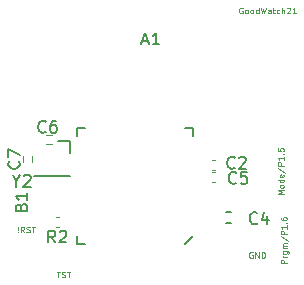
<source format=gto>
G04 #@! TF.FileFunction,Legend,Top*
%FSLAX46Y46*%
G04 Gerber Fmt 4.6, Leading zero omitted, Abs format (unit mm)*
G04 Created by KiCad (PCBNEW 4.0.5+dfsg1-4) date Sat Mar 31 12:22:37 2018*
%MOMM*%
%LPD*%
G01*
G04 APERTURE LIST*
%ADD10C,0.100000*%
%ADD11C,0.125000*%
%ADD12C,0.120000*%
%ADD13C,0.150000*%
G04 APERTURE END LIST*
D10*
D11*
X117555047Y-82594000D02*
X117507428Y-82570190D01*
X117436000Y-82570190D01*
X117364571Y-82594000D01*
X117316952Y-82641619D01*
X117293143Y-82689238D01*
X117269333Y-82784476D01*
X117269333Y-82855905D01*
X117293143Y-82951143D01*
X117316952Y-82998762D01*
X117364571Y-83046381D01*
X117436000Y-83070190D01*
X117483619Y-83070190D01*
X117555047Y-83046381D01*
X117578857Y-83022571D01*
X117578857Y-82855905D01*
X117483619Y-82855905D01*
X117793143Y-83070190D02*
X117793143Y-82570190D01*
X118078857Y-83070190D01*
X118078857Y-82570190D01*
X118316953Y-83070190D02*
X118316953Y-82570190D01*
X118436000Y-82570190D01*
X118507429Y-82594000D01*
X118555048Y-82641619D01*
X118578857Y-82689238D01*
X118602667Y-82784476D01*
X118602667Y-82855905D01*
X118578857Y-82951143D01*
X118555048Y-82998762D01*
X118507429Y-83046381D01*
X118436000Y-83070190D01*
X118316953Y-83070190D01*
X120448190Y-83526380D02*
X119948190Y-83526380D01*
X119948190Y-83335904D01*
X119972000Y-83288285D01*
X119995810Y-83264476D01*
X120043429Y-83240666D01*
X120114857Y-83240666D01*
X120162476Y-83264476D01*
X120186286Y-83288285D01*
X120210095Y-83335904D01*
X120210095Y-83526380D01*
X120448190Y-83026380D02*
X120114857Y-83026380D01*
X120210095Y-83026380D02*
X120162476Y-83002571D01*
X120138667Y-82978761D01*
X120114857Y-82931142D01*
X120114857Y-82883523D01*
X120114857Y-82502571D02*
X120519619Y-82502571D01*
X120567238Y-82526380D01*
X120591048Y-82550190D01*
X120614857Y-82597809D01*
X120614857Y-82669237D01*
X120591048Y-82716856D01*
X120424381Y-82502571D02*
X120448190Y-82550190D01*
X120448190Y-82645428D01*
X120424381Y-82693047D01*
X120400571Y-82716856D01*
X120352952Y-82740666D01*
X120210095Y-82740666D01*
X120162476Y-82716856D01*
X120138667Y-82693047D01*
X120114857Y-82645428D01*
X120114857Y-82550190D01*
X120138667Y-82502571D01*
X120448190Y-82264475D02*
X120114857Y-82264475D01*
X120162476Y-82264475D02*
X120138667Y-82240666D01*
X120114857Y-82193047D01*
X120114857Y-82121618D01*
X120138667Y-82073999D01*
X120186286Y-82050190D01*
X120448190Y-82050190D01*
X120186286Y-82050190D02*
X120138667Y-82026380D01*
X120114857Y-81978761D01*
X120114857Y-81907333D01*
X120138667Y-81859713D01*
X120186286Y-81835904D01*
X120448190Y-81835904D01*
X119924381Y-81240666D02*
X120567238Y-81669237D01*
X120448190Y-81073998D02*
X119948190Y-81073998D01*
X119948190Y-80883522D01*
X119972000Y-80835903D01*
X119995810Y-80812094D01*
X120043429Y-80788284D01*
X120114857Y-80788284D01*
X120162476Y-80812094D01*
X120186286Y-80835903D01*
X120210095Y-80883522D01*
X120210095Y-81073998D01*
X120448190Y-80312094D02*
X120448190Y-80597808D01*
X120448190Y-80454951D02*
X119948190Y-80454951D01*
X120019619Y-80502570D01*
X120067238Y-80550189D01*
X120091048Y-80597808D01*
X120400571Y-80097808D02*
X120424381Y-80073999D01*
X120448190Y-80097808D01*
X120424381Y-80121618D01*
X120400571Y-80097808D01*
X120448190Y-80097808D01*
X119948190Y-79645428D02*
X119948190Y-79740666D01*
X119972000Y-79788285D01*
X119995810Y-79812094D01*
X120067238Y-79859713D01*
X120162476Y-79883523D01*
X120352952Y-79883523D01*
X120400571Y-79859713D01*
X120424381Y-79835904D01*
X120448190Y-79788285D01*
X120448190Y-79693047D01*
X120424381Y-79645428D01*
X120400571Y-79621618D01*
X120352952Y-79597809D01*
X120233905Y-79597809D01*
X120186286Y-79621618D01*
X120162476Y-79645428D01*
X120138667Y-79693047D01*
X120138667Y-79788285D01*
X120162476Y-79835904D01*
X120186286Y-79859713D01*
X120233905Y-79883523D01*
X120194190Y-77672475D02*
X119694190Y-77672475D01*
X120051333Y-77505809D01*
X119694190Y-77339142D01*
X120194190Y-77339142D01*
X120194190Y-77029618D02*
X120170381Y-77077237D01*
X120146571Y-77101046D01*
X120098952Y-77124856D01*
X119956095Y-77124856D01*
X119908476Y-77101046D01*
X119884667Y-77077237D01*
X119860857Y-77029618D01*
X119860857Y-76958189D01*
X119884667Y-76910570D01*
X119908476Y-76886761D01*
X119956095Y-76862951D01*
X120098952Y-76862951D01*
X120146571Y-76886761D01*
X120170381Y-76910570D01*
X120194190Y-76958189D01*
X120194190Y-77029618D01*
X120194190Y-76434380D02*
X119694190Y-76434380D01*
X120170381Y-76434380D02*
X120194190Y-76481999D01*
X120194190Y-76577237D01*
X120170381Y-76624856D01*
X120146571Y-76648665D01*
X120098952Y-76672475D01*
X119956095Y-76672475D01*
X119908476Y-76648665D01*
X119884667Y-76624856D01*
X119860857Y-76577237D01*
X119860857Y-76481999D01*
X119884667Y-76434380D01*
X120170381Y-76005808D02*
X120194190Y-76053427D01*
X120194190Y-76148665D01*
X120170381Y-76196284D01*
X120122762Y-76220094D01*
X119932286Y-76220094D01*
X119884667Y-76196284D01*
X119860857Y-76148665D01*
X119860857Y-76053427D01*
X119884667Y-76005808D01*
X119932286Y-75981999D01*
X119979905Y-75981999D01*
X120027524Y-76220094D01*
X119670381Y-75410571D02*
X120313238Y-75839142D01*
X120194190Y-75243903D02*
X119694190Y-75243903D01*
X119694190Y-75053427D01*
X119718000Y-75005808D01*
X119741810Y-74981999D01*
X119789429Y-74958189D01*
X119860857Y-74958189D01*
X119908476Y-74981999D01*
X119932286Y-75005808D01*
X119956095Y-75053427D01*
X119956095Y-75243903D01*
X120194190Y-74481999D02*
X120194190Y-74767713D01*
X120194190Y-74624856D02*
X119694190Y-74624856D01*
X119765619Y-74672475D01*
X119813238Y-74720094D01*
X119837048Y-74767713D01*
X120146571Y-74267713D02*
X120170381Y-74243904D01*
X120194190Y-74267713D01*
X120170381Y-74291523D01*
X120146571Y-74267713D01*
X120194190Y-74267713D01*
X119694190Y-73791523D02*
X119694190Y-74029618D01*
X119932286Y-74053428D01*
X119908476Y-74029618D01*
X119884667Y-73981999D01*
X119884667Y-73862952D01*
X119908476Y-73815333D01*
X119932286Y-73791523D01*
X119979905Y-73767714D01*
X120098952Y-73767714D01*
X120146571Y-73791523D01*
X120170381Y-73815333D01*
X120194190Y-73862952D01*
X120194190Y-73981999D01*
X120170381Y-74029618D01*
X120146571Y-74053428D01*
X116705953Y-61893000D02*
X116658334Y-61869190D01*
X116586906Y-61869190D01*
X116515477Y-61893000D01*
X116467858Y-61940619D01*
X116444049Y-61988238D01*
X116420239Y-62083476D01*
X116420239Y-62154905D01*
X116444049Y-62250143D01*
X116467858Y-62297762D01*
X116515477Y-62345381D01*
X116586906Y-62369190D01*
X116634525Y-62369190D01*
X116705953Y-62345381D01*
X116729763Y-62321571D01*
X116729763Y-62154905D01*
X116634525Y-62154905D01*
X117015477Y-62369190D02*
X116967858Y-62345381D01*
X116944049Y-62321571D01*
X116920239Y-62273952D01*
X116920239Y-62131095D01*
X116944049Y-62083476D01*
X116967858Y-62059667D01*
X117015477Y-62035857D01*
X117086906Y-62035857D01*
X117134525Y-62059667D01*
X117158334Y-62083476D01*
X117182144Y-62131095D01*
X117182144Y-62273952D01*
X117158334Y-62321571D01*
X117134525Y-62345381D01*
X117086906Y-62369190D01*
X117015477Y-62369190D01*
X117467858Y-62369190D02*
X117420239Y-62345381D01*
X117396430Y-62321571D01*
X117372620Y-62273952D01*
X117372620Y-62131095D01*
X117396430Y-62083476D01*
X117420239Y-62059667D01*
X117467858Y-62035857D01*
X117539287Y-62035857D01*
X117586906Y-62059667D01*
X117610715Y-62083476D01*
X117634525Y-62131095D01*
X117634525Y-62273952D01*
X117610715Y-62321571D01*
X117586906Y-62345381D01*
X117539287Y-62369190D01*
X117467858Y-62369190D01*
X118063096Y-62369190D02*
X118063096Y-61869190D01*
X118063096Y-62345381D02*
X118015477Y-62369190D01*
X117920239Y-62369190D01*
X117872620Y-62345381D01*
X117848811Y-62321571D01*
X117825001Y-62273952D01*
X117825001Y-62131095D01*
X117848811Y-62083476D01*
X117872620Y-62059667D01*
X117920239Y-62035857D01*
X118015477Y-62035857D01*
X118063096Y-62059667D01*
X118253573Y-61869190D02*
X118372620Y-62369190D01*
X118467858Y-62012048D01*
X118563096Y-62369190D01*
X118682144Y-61869190D01*
X119086906Y-62369190D02*
X119086906Y-62107286D01*
X119063097Y-62059667D01*
X119015478Y-62035857D01*
X118920240Y-62035857D01*
X118872621Y-62059667D01*
X119086906Y-62345381D02*
X119039287Y-62369190D01*
X118920240Y-62369190D01*
X118872621Y-62345381D01*
X118848811Y-62297762D01*
X118848811Y-62250143D01*
X118872621Y-62202524D01*
X118920240Y-62178714D01*
X119039287Y-62178714D01*
X119086906Y-62154905D01*
X119253573Y-62035857D02*
X119444049Y-62035857D01*
X119325002Y-61869190D02*
X119325002Y-62297762D01*
X119348811Y-62345381D01*
X119396430Y-62369190D01*
X119444049Y-62369190D01*
X119825001Y-62345381D02*
X119777382Y-62369190D01*
X119682144Y-62369190D01*
X119634525Y-62345381D01*
X119610716Y-62321571D01*
X119586906Y-62273952D01*
X119586906Y-62131095D01*
X119610716Y-62083476D01*
X119634525Y-62059667D01*
X119682144Y-62035857D01*
X119777382Y-62035857D01*
X119825001Y-62059667D01*
X120039287Y-62369190D02*
X120039287Y-61869190D01*
X120253572Y-62369190D02*
X120253572Y-62107286D01*
X120229763Y-62059667D01*
X120182144Y-62035857D01*
X120110715Y-62035857D01*
X120063096Y-62059667D01*
X120039287Y-62083476D01*
X120467858Y-61916810D02*
X120491668Y-61893000D01*
X120539287Y-61869190D01*
X120658334Y-61869190D01*
X120705953Y-61893000D01*
X120729763Y-61916810D01*
X120753572Y-61964429D01*
X120753572Y-62012048D01*
X120729763Y-62083476D01*
X120444049Y-62369190D01*
X120753572Y-62369190D01*
X121229762Y-62369190D02*
X120944048Y-62369190D01*
X121086905Y-62369190D02*
X121086905Y-61869190D01*
X121039286Y-61940619D01*
X120991667Y-61988238D01*
X120944048Y-62012048D01*
X100981572Y-84221190D02*
X101267286Y-84221190D01*
X101124429Y-84721190D02*
X101124429Y-84221190D01*
X101410143Y-84697381D02*
X101481572Y-84721190D01*
X101600619Y-84721190D01*
X101648238Y-84697381D01*
X101672048Y-84673571D01*
X101695857Y-84625952D01*
X101695857Y-84578333D01*
X101672048Y-84530714D01*
X101648238Y-84506905D01*
X101600619Y-84483095D01*
X101505381Y-84459286D01*
X101457762Y-84435476D01*
X101433953Y-84411667D01*
X101410143Y-84364048D01*
X101410143Y-84316429D01*
X101433953Y-84268810D01*
X101457762Y-84245000D01*
X101505381Y-84221190D01*
X101624429Y-84221190D01*
X101695857Y-84245000D01*
X101838714Y-84221190D02*
X102124428Y-84221190D01*
X101981571Y-84721190D02*
X101981571Y-84221190D01*
X97699430Y-80863571D02*
X97723239Y-80887381D01*
X97699430Y-80911190D01*
X97675620Y-80887381D01*
X97699430Y-80863571D01*
X97699430Y-80911190D01*
X97699430Y-80720714D02*
X97675620Y-80435000D01*
X97699430Y-80411190D01*
X97723239Y-80435000D01*
X97699430Y-80720714D01*
X97699430Y-80411190D01*
X98223239Y-80911190D02*
X98056572Y-80673095D01*
X97937525Y-80911190D02*
X97937525Y-80411190D01*
X98128001Y-80411190D01*
X98175620Y-80435000D01*
X98199429Y-80458810D01*
X98223239Y-80506429D01*
X98223239Y-80577857D01*
X98199429Y-80625476D01*
X98175620Y-80649286D01*
X98128001Y-80673095D01*
X97937525Y-80673095D01*
X98413715Y-80887381D02*
X98485144Y-80911190D01*
X98604191Y-80911190D01*
X98651810Y-80887381D01*
X98675620Y-80863571D01*
X98699429Y-80815952D01*
X98699429Y-80768333D01*
X98675620Y-80720714D01*
X98651810Y-80696905D01*
X98604191Y-80673095D01*
X98508953Y-80649286D01*
X98461334Y-80625476D01*
X98437525Y-80601667D01*
X98413715Y-80554048D01*
X98413715Y-80506429D01*
X98437525Y-80458810D01*
X98461334Y-80435000D01*
X98508953Y-80411190D01*
X98628001Y-80411190D01*
X98699429Y-80435000D01*
X98842286Y-80411190D02*
X99128000Y-80411190D01*
X98985143Y-80911190D02*
X98985143Y-80411190D01*
D12*
X98879600Y-74466000D02*
X98879600Y-74966000D01*
X98079600Y-74966000D02*
X98079600Y-74466000D01*
X100083200Y-72639600D02*
X100583200Y-72639600D01*
X100583200Y-73439600D02*
X100083200Y-73439600D01*
X100893600Y-80490000D02*
X101133600Y-80490000D01*
X101133600Y-79610000D02*
X100893600Y-79610000D01*
X114373000Y-75800000D02*
X114133000Y-75800000D01*
X114133000Y-76680000D02*
X114373000Y-76680000D01*
X114373000Y-74784000D02*
X114133000Y-74784000D01*
X114133000Y-75664000D02*
X114373000Y-75664000D01*
D13*
X102070400Y-76157200D02*
X99070400Y-76157200D01*
X102070400Y-73157200D02*
X102070400Y-74157200D01*
X101070400Y-73157200D02*
X102070400Y-73157200D01*
X115773000Y-79194000D02*
X115273000Y-79194000D01*
X115273000Y-80144000D02*
X115773000Y-80144000D01*
X112500000Y-81250000D02*
X111850000Y-81900000D01*
X103350000Y-81900000D02*
X102700000Y-81900000D01*
X102700000Y-81900000D02*
X102700000Y-81250000D01*
X111850000Y-72100000D02*
X112500000Y-72100000D01*
X112500000Y-72100000D02*
X112500000Y-72750000D01*
X103350000Y-72100000D02*
X102700000Y-72100000D01*
X102700000Y-72100000D02*
X102700000Y-72750000D01*
X97972571Y-78763761D02*
X98020190Y-78620904D01*
X98067810Y-78573285D01*
X98163048Y-78525666D01*
X98305905Y-78525666D01*
X98401143Y-78573285D01*
X98448762Y-78620904D01*
X98496381Y-78716142D01*
X98496381Y-79097095D01*
X97496381Y-79097095D01*
X97496381Y-78763761D01*
X97544000Y-78668523D01*
X97591619Y-78620904D01*
X97686857Y-78573285D01*
X97782095Y-78573285D01*
X97877333Y-78620904D01*
X97924952Y-78668523D01*
X97972571Y-78763761D01*
X97972571Y-79097095D01*
X98496381Y-77573285D02*
X98496381Y-78144714D01*
X98496381Y-77859000D02*
X97496381Y-77859000D01*
X97639238Y-77954238D01*
X97734476Y-78049476D01*
X97782095Y-78144714D01*
X97766143Y-74882666D02*
X97813762Y-74930285D01*
X97861381Y-75073142D01*
X97861381Y-75168380D01*
X97813762Y-75311238D01*
X97718524Y-75406476D01*
X97623286Y-75454095D01*
X97432810Y-75501714D01*
X97289952Y-75501714D01*
X97099476Y-75454095D01*
X97004238Y-75406476D01*
X96909000Y-75311238D01*
X96861381Y-75168380D01*
X96861381Y-75073142D01*
X96909000Y-74930285D01*
X96956619Y-74882666D01*
X96861381Y-74549333D02*
X96861381Y-73882666D01*
X97861381Y-74311238D01*
X100036334Y-72366143D02*
X99988715Y-72413762D01*
X99845858Y-72461381D01*
X99750620Y-72461381D01*
X99607762Y-72413762D01*
X99512524Y-72318524D01*
X99464905Y-72223286D01*
X99417286Y-72032810D01*
X99417286Y-71889952D01*
X99464905Y-71699476D01*
X99512524Y-71604238D01*
X99607762Y-71509000D01*
X99750620Y-71461381D01*
X99845858Y-71461381D01*
X99988715Y-71509000D01*
X100036334Y-71556619D01*
X100893477Y-71461381D02*
X100703000Y-71461381D01*
X100607762Y-71509000D01*
X100560143Y-71556619D01*
X100464905Y-71699476D01*
X100417286Y-71889952D01*
X100417286Y-72270905D01*
X100464905Y-72366143D01*
X100512524Y-72413762D01*
X100607762Y-72461381D01*
X100798239Y-72461381D01*
X100893477Y-72413762D01*
X100941096Y-72366143D01*
X100988715Y-72270905D01*
X100988715Y-72032810D01*
X100941096Y-71937571D01*
X100893477Y-71889952D01*
X100798239Y-71842333D01*
X100607762Y-71842333D01*
X100512524Y-71889952D01*
X100464905Y-71937571D01*
X100417286Y-72032810D01*
X100846934Y-81752381D02*
X100513600Y-81276190D01*
X100275505Y-81752381D02*
X100275505Y-80752381D01*
X100656458Y-80752381D01*
X100751696Y-80800000D01*
X100799315Y-80847619D01*
X100846934Y-80942857D01*
X100846934Y-81085714D01*
X100799315Y-81180952D01*
X100751696Y-81228571D01*
X100656458Y-81276190D01*
X100275505Y-81276190D01*
X101227886Y-80847619D02*
X101275505Y-80800000D01*
X101370743Y-80752381D01*
X101608839Y-80752381D01*
X101704077Y-80800000D01*
X101751696Y-80847619D01*
X101799315Y-80942857D01*
X101799315Y-81038095D01*
X101751696Y-81180952D01*
X101180267Y-81752381D01*
X101799315Y-81752381D01*
X116165334Y-76684143D02*
X116117715Y-76731762D01*
X115974858Y-76779381D01*
X115879620Y-76779381D01*
X115736762Y-76731762D01*
X115641524Y-76636524D01*
X115593905Y-76541286D01*
X115546286Y-76350810D01*
X115546286Y-76207952D01*
X115593905Y-76017476D01*
X115641524Y-75922238D01*
X115736762Y-75827000D01*
X115879620Y-75779381D01*
X115974858Y-75779381D01*
X116117715Y-75827000D01*
X116165334Y-75874619D01*
X117070096Y-75779381D02*
X116593905Y-75779381D01*
X116546286Y-76255571D01*
X116593905Y-76207952D01*
X116689143Y-76160333D01*
X116927239Y-76160333D01*
X117022477Y-76207952D01*
X117070096Y-76255571D01*
X117117715Y-76350810D01*
X117117715Y-76588905D01*
X117070096Y-76684143D01*
X117022477Y-76731762D01*
X116927239Y-76779381D01*
X116689143Y-76779381D01*
X116593905Y-76731762D01*
X116546286Y-76684143D01*
X116038334Y-75414143D02*
X115990715Y-75461762D01*
X115847858Y-75509381D01*
X115752620Y-75509381D01*
X115609762Y-75461762D01*
X115514524Y-75366524D01*
X115466905Y-75271286D01*
X115419286Y-75080810D01*
X115419286Y-74937952D01*
X115466905Y-74747476D01*
X115514524Y-74652238D01*
X115609762Y-74557000D01*
X115752620Y-74509381D01*
X115847858Y-74509381D01*
X115990715Y-74557000D01*
X116038334Y-74604619D01*
X116419286Y-74604619D02*
X116466905Y-74557000D01*
X116562143Y-74509381D01*
X116800239Y-74509381D01*
X116895477Y-74557000D01*
X116943096Y-74604619D01*
X116990715Y-74699857D01*
X116990715Y-74795095D01*
X116943096Y-74937952D01*
X116371667Y-75509381D01*
X116990715Y-75509381D01*
X97567809Y-76557190D02*
X97567809Y-77033381D01*
X97234476Y-76033381D02*
X97567809Y-76557190D01*
X97901143Y-76033381D01*
X98186857Y-76128619D02*
X98234476Y-76081000D01*
X98329714Y-76033381D01*
X98567810Y-76033381D01*
X98663048Y-76081000D01*
X98710667Y-76128619D01*
X98758286Y-76223857D01*
X98758286Y-76319095D01*
X98710667Y-76461952D01*
X98139238Y-77033381D01*
X98758286Y-77033381D01*
X108235714Y-64706667D02*
X108711905Y-64706667D01*
X108140476Y-64992381D02*
X108473809Y-63992381D01*
X108807143Y-64992381D01*
X109664286Y-64992381D02*
X109092857Y-64992381D01*
X109378571Y-64992381D02*
X109378571Y-63992381D01*
X109283333Y-64135238D01*
X109188095Y-64230476D01*
X109092857Y-64278095D01*
X117943334Y-80113143D02*
X117895715Y-80160762D01*
X117752858Y-80208381D01*
X117657620Y-80208381D01*
X117514762Y-80160762D01*
X117419524Y-80065524D01*
X117371905Y-79970286D01*
X117324286Y-79779810D01*
X117324286Y-79636952D01*
X117371905Y-79446476D01*
X117419524Y-79351238D01*
X117514762Y-79256000D01*
X117657620Y-79208381D01*
X117752858Y-79208381D01*
X117895715Y-79256000D01*
X117943334Y-79303619D01*
X118800477Y-79541714D02*
X118800477Y-80208381D01*
X118562381Y-79160762D02*
X118324286Y-79875048D01*
X118943334Y-79875048D01*
M02*

</source>
